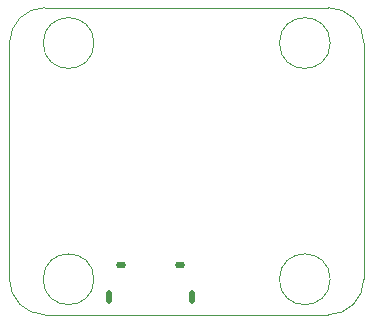
<source format=gko>
%TF.GenerationSoftware,KiCad,Pcbnew,8.0.6*%
%TF.CreationDate,2025-01-28T20:51:37+01:00*%
%TF.ProjectId,Flight controller goated,466c6967-6874-4206-936f-6e74726f6c6c,rev?*%
%TF.SameCoordinates,Original*%
%TF.FileFunction,Profile,NP*%
%FSLAX46Y46*%
G04 Gerber Fmt 4.6, Leading zero omitted, Abs format (unit mm)*
G04 Created by KiCad (PCBNEW 8.0.6) date 2025-01-28 20:51:37*
%MOMM*%
%LPD*%
G01*
G04 APERTURE LIST*
%TA.AperFunction,Profile*%
%ADD10C,0.100000*%
%TD*%
%ADD11O,0.500000X1.150000*%
%ADD12O,0.850000X0.550000*%
G04 APERTURE END LIST*
D10*
X95000000Y-116000000D02*
X71000000Y-116000000D01*
X95150000Y-93000000D02*
G75*
G02*
X90850000Y-93000000I-2150000J0D01*
G01*
X90850000Y-93000000D02*
G75*
G02*
X95150000Y-93000000I2150000J0D01*
G01*
X98000000Y-113000000D02*
G75*
G02*
X95000000Y-116000000I-3000000J0D01*
G01*
X98000000Y-93000000D02*
X98000000Y-113000000D01*
X95000000Y-90000000D02*
G75*
G02*
X98000000Y-93000000I0J-3000000D01*
G01*
X68000000Y-113000000D02*
X68000000Y-93000000D01*
X95150000Y-113000000D02*
G75*
G02*
X90850000Y-113000000I-2150000J0D01*
G01*
X90850000Y-113000000D02*
G75*
G02*
X95150000Y-113000000I2150000J0D01*
G01*
X75150000Y-113000000D02*
G75*
G02*
X70850000Y-113000000I-2150000J0D01*
G01*
X70850000Y-113000000D02*
G75*
G02*
X75150000Y-113000000I2150000J0D01*
G01*
X71000000Y-116000000D02*
G75*
G02*
X68000000Y-113000000I0J3000000D01*
G01*
X68000000Y-93000000D02*
G75*
G02*
X71000000Y-90000000I3000000J0D01*
G01*
X75150000Y-93000000D02*
G75*
G02*
X70850000Y-93000000I-2150000J0D01*
G01*
X70850000Y-93000000D02*
G75*
G02*
X75150000Y-93000000I2150000J0D01*
G01*
X71000000Y-90000000D02*
X95000000Y-90000000D01*
D11*
X76450000Y-114500000D03*
D12*
X77450000Y-111800000D03*
X82450000Y-111800000D03*
D11*
X83450000Y-114500000D03*
M02*

</source>
